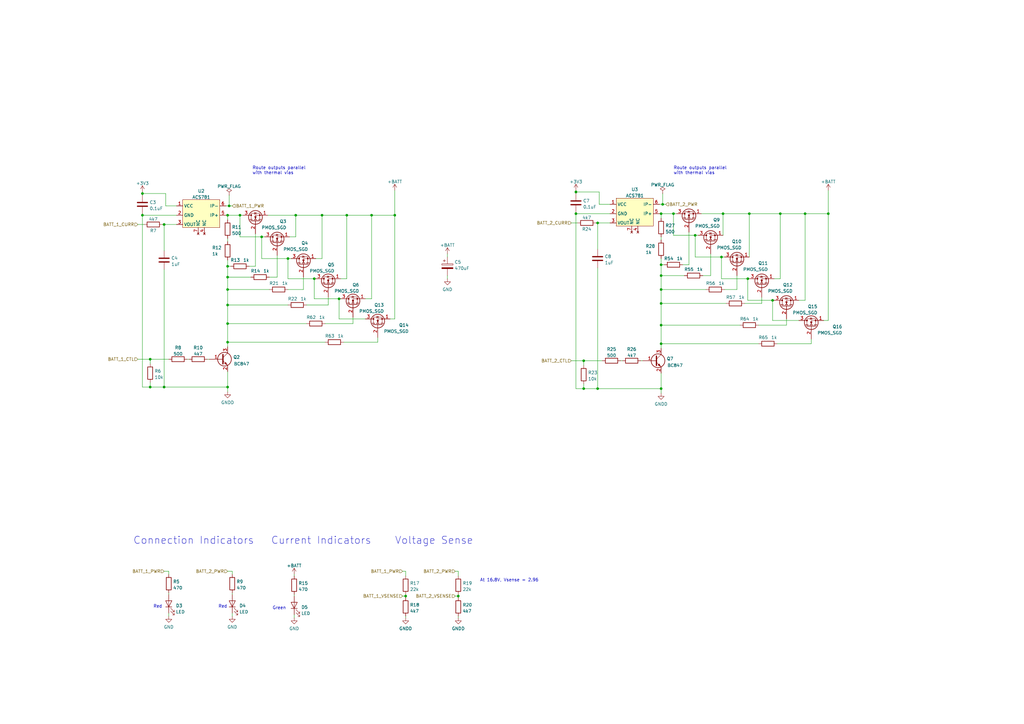
<source format=kicad_sch>
(kicad_sch (version 20211123) (generator eeschema)
  (paper "A3")
  (lib_symbols
    (symbol "0.power-symbols:+3.3V" (power) (pin_names (offset 0))
      (property "Value" "+3.3V" (at 0 3.556 0))
      (symbol "+3.3V_0_1"
        (polyline (pts (xy -0.762 1.27) (xy 0 2.54)))
        (polyline (pts (xy 0 0) (xy 0 2.54)))
        (polyline (pts (xy 0 2.54) (xy 0.762 1.27)))
      )
      (symbol "+3.3V_1_1"
        (pin power_in line (at 0 0 90) (length 0) hide (name "+3V3") (number "1"))
      )
    )
    (symbol "0.power-symbols:+BATT" (power) (pin_names (offset 0))
      (property "Value" "+BATT" (at 0 3.556 0))
      (symbol "+BATT_0_1"
        (polyline (pts (xy -0.762 1.27) (xy 0 2.54)))
        (polyline (pts (xy 0 0) (xy 0 2.54)))
        (polyline (pts (xy 0 2.54) (xy 0.762 1.27)))
      )
      (symbol "+BATT_1_1"
        (pin power_in line (at 0 0 90) (length 0) hide (name "+BATT") (number "1"))
      )
    )
    (symbol "0.power-symbols:GND" (power) (pin_names (offset 0))
      (property "Value" "GND" (at 0 -3.81 0))
      (symbol "GND_0_1"
        (polyline (pts (xy 0 0) (xy 0 -1.27) (xy 1.27 -1.27) (xy 0 -2.54) (xy -1.27 -1.27) (xy 0 -1.27)))
      )
      (symbol "GND_1_1"
        (pin power_in line (at 0 0 270) (length 0) hide (name "GND") (number "1"))
      )
    )
    (symbol "0.power-symbols:GNDD" (power) (pin_names (offset 0))
      (property "Value" "GNDD" (at 0 -3.81 0))
      (symbol "GNDD_0_1"
        (polyline (pts (xy 0 0) (xy 0 -1.27) (xy 1.27 -1.27) (xy 0 -2.54) (xy -1.27 -1.27) (xy 0 -1.27)))
      )
      (symbol "GNDD_1_1"
        (pin power_in line (at 0 0 270) (length 0) hide (name "GNDD") (number "1"))
      )
    )
    (symbol "0.power-symbols:PWR_FLAG" (power) (pin_numbers hide) (pin_names (offset 0) hide)
      (property "Value" "PWR_FLAG" (at 0 3.81 0))
      (symbol "PWR_FLAG_0_0"
        (pin power_out line (at 0 0 90) (length 0) (name "pwr") (number "1"))
      )
      (symbol "PWR_FLAG_0_1"
        (polyline (pts (xy 0 0) (xy 0 1.27) (xy -1.016 1.905) (xy 0 2.54) (xy 1.016 1.905) (xy 0 1.27)))
      )
    )
    (symbol "1.semi.discrete:BC847" (pin_names (offset 0) hide)
      (property "Reference" "Q" (at 5.08 1.27 0))
      (property "Value" "BC847" (at 5.08 -1.27 0))
      (symbol "BC847_0_1"
        (polyline (pts (xy 0.635 0.635) (xy 2.54 2.54)))
        (polyline (pts (xy 0.635 -0.635) (xy 2.54 -2.54) (xy 2.54 -2.54)))
        (polyline (pts (xy 0.635 1.905) (xy 0.635 -1.905) (xy 0.635 -1.905)) (stroke (width 0.508)))
        (polyline (pts (xy 1.27 -1.778) (xy 1.778 -1.27) (xy 2.286 -2.286) (xy 1.27 -1.778) (xy 1.27 -1.778)) (fill (type outline)))
        (circle (center 1.27 0) (radius 2.8194) (stroke (width 0.254)))
      )
      (symbol "BC847_1_1"
        (pin input line (at -5.08 0 0) (length 5.715) (name "B") (number "1"))
        (pin passive line (at 2.54 -5.08 90) (length 2.54) (name "E") (number "2"))
        (pin passive line (at 2.54 5.08 270) (length 2.54) (name "C") (number "3"))
      )
    )
    (symbol "1.semi.discrete:Q_NMOS_SGD" (pin_names (offset 0) hide)
      (property "Reference" "Q" (at 5.08 1.27 0))
      (property "Value" "Q_NMOS_SGD" (at 5.08 -1.27 0))
      (symbol "Q_NMOS_SGD_0_1"
        (polyline (pts (xy 0.0508 0) (xy 0.254 0)))
        (polyline (pts (xy 0.762 -1.778) (xy 2.54 -1.778)))
        (polyline (pts (xy 0.762 -1.27) (xy 0.762 -2.286)) (stroke (width 0.254)))
        (polyline (pts (xy 0.762 0) (xy 2.54 0)))
        (polyline (pts (xy 0.762 0.508) (xy 0.762 -0.508)) (stroke (width 0.254)))
        (polyline (pts (xy 0.762 1.778) (xy 2.54 1.778)))
        (polyline (pts (xy 0.762 2.286) (xy 0.762 1.27)) (stroke (width 0.254)))
        (polyline (pts (xy 2.54 -1.778) (xy 2.54 -2.54)))
        (polyline (pts (xy 2.54 -1.778) (xy 2.54 0)))
        (polyline (pts (xy 2.54 2.54) (xy 2.54 1.778)))
        (polyline (pts (xy 0.254 1.905) (xy 0.254 -1.905) (xy 0.254 -1.905)) (stroke (width 0.254)))
        (polyline (pts (xy 1.016 0) (xy 2.032 0.381) (xy 2.032 -0.381) (xy 1.016 0)) (fill (type outline)))
        (polyline (pts (xy 2.54 -1.778) (xy 3.302 -1.778) (xy 3.302 1.778) (xy 2.54 1.778)))
        (polyline (pts (xy 2.794 0.508) (xy 2.921 0.381) (xy 3.683 0.381) (xy 3.81 0.254)))
        (polyline (pts (xy 3.302 0.381) (xy 2.921 -0.254) (xy 3.683 -0.254) (xy 3.302 0.381)))
        (circle (center 1.651 0) (radius 2.8194) (stroke (width 0.254)))
        (circle (center 2.54 -1.778) (radius 0.2794) (fill (type outline)))
        (circle (center 2.54 1.778) (radius 0.2794) (fill (type outline)))
      )
      (symbol "Q_NMOS_SGD_1_1"
        (pin passive line (at 2.54 -5.08 90) (length 2.54) (name "S") (number "1"))
        (pin input line (at -5.08 0 0) (length 5.08) (name "G") (number "2"))
        (pin passive line (at 2.54 5.08 270) (length 2.54) (name "D") (number "3"))
      )
    )
    (symbol "1.semi.opto:LED" (pin_numbers hide) (pin_names (offset 1.016) hide)
      (property "Reference" "D" (at 0 2.54 0))
      (property "Value" "LED" (at 0 -2.54 0))
      (symbol "LED_0_1"
        (polyline (pts (xy -1.27 -1.27) (xy -1.27 1.27)) (stroke (width 0.2032)))
        (polyline (pts (xy -1.27 0) (xy 1.27 0)))
        (polyline (pts (xy 1.27 -1.27) (xy 1.27 1.27) (xy -1.27 0) (xy 1.27 -1.27)) (stroke (width 0.2032)))
        (polyline (pts (xy -3.048 -0.762) (xy -4.572 -2.286) (xy -3.81 -2.286) (xy -4.572 -2.286) (xy -4.572 -1.524)))
        (polyline (pts (xy -1.778 -0.762) (xy -3.302 -2.286) (xy -2.54 -2.286) (xy -3.302 -2.286) (xy -3.302 -1.524)))
      )
      (symbol "LED_1_1"
        (pin passive line (at -3.81 0 0) (length 2.54) (name "K") (number "1"))
        (pin passive line (at 3.81 0 180) (length 2.54) (name "A") (number "2"))
      )
    )
    (symbol "2.passive:C" (pin_numbers hide) (pin_names (offset 0.254))
      (property "Reference" "C" (at 0.635 2.54 0))
      (property "Value" "C" (at 0.635 -2.54 0))
      (symbol "C_0_1"
        (polyline (pts (xy -2.032 -0.762) (xy 2.032 -0.762)) (stroke (width 0.508)))
        (polyline (pts (xy -2.032 0.762) (xy 2.032 0.762)) (stroke (width 0.508)))
      )
      (symbol "C_1_1"
        (pin passive line (at 0 3.81 270) (length 2.794) (name "~") (number "1"))
        (pin passive line (at 0 -3.81 90) (length 2.794) (name "~") (number "2"))
      )
    )
    (symbol "2.passive:CP" (pin_numbers hide) (pin_names (offset 0.254))
      (property "Reference" "C" (at 0.635 2.54 0))
      (property "Value" "CP" (at 0.635 -2.54 0))
      (symbol "CP_0_1"
        (rectangle (start -2.286 0.508) (end 2.286 1.016))
        (polyline (pts (xy -1.778 2.286) (xy -0.762 2.286)))
        (polyline (pts (xy -1.27 2.794) (xy -1.27 1.778)))
        (rectangle (start 2.286 -0.508) (end -2.286 -1.016) (fill (type outline)))
      )
      (symbol "CP_1_1"
        (pin passive line (at 0 3.81 270) (length 2.794) (name "~") (number "1"))
        (pin passive line (at 0 -3.81 90) (length 2.794) (name "~") (number "2"))
      )
    )
    (symbol "2.passive:R" (pin_numbers hide) (pin_names (offset 0))
      (property "Reference" "R" (at 2.032 0 90))
      (property "Value" "R" (at 0 0 90))
      (symbol "R_0_1"
        (rectangle (start -1.016 -2.54) (end 1.016 2.54) (stroke (width 0.254)))
      )
      (symbol "R_1_1"
        (pin passive line (at 0 3.81 270) (length 1.27) (name "~") (number "1"))
        (pin passive line (at 0 -3.81 90) (length 1.27) (name "~") (number "2"))
      )
    )
    (symbol "ACS781_1"
      (property "Reference" "U" (at 0 3.81 0))
      (property "Value" "ACS781_1" (at 0 1.27 0))
      (symbol "ACS781_1_0_1"
        (rectangle (start -7.62 0) (end 7.62 -11.43) (fill (type background)))
      )
      (symbol "ACS781_1_1_1"
        (pin power_in line (at -10.16 -2.54 0) (length 2.54) (name "VCC") (number "1"))
        (pin power_in line (at -10.16 -6.35 0) (length 2.54) (name "GND") (number "2"))
        (pin passive line (at -10.16 -10.16 0) (length 2.54) (name "VOUT") (number "3"))
        (pin no_connect line (at 1.27 -13.97 90) (length 2.54) (name "NC") (number "4"))
        (pin power_out line (at 10.16 -6.35 180) (length 2.54) (name "IP+") (number "5"))
        (pin power_in line (at 10.16 -2.54 180) (length 2.54) (name "IP-") (number "6"))
        (pin no_connect line (at -1.27 -13.97 90) (length 2.54) (name "NC") (number "7"))
      )
    )
  )
  (junction (at 121.285 88.265))
  (junction (at 271.145 140.97))
  (junction (at 307.34 87.63))
  (junction (at 236.22 78.74))
  (junction (at 58.42 79.375))
  (junction (at 296.545 87.63))
  (junction (at 271.145 87.63))
  (junction (at 320.04 87.63))
  (junction (at 58.42 88.265))
  (junction (at 67.31 158.75))
  (junction (at 107.315 97.155))
  (junction (at 187.96 244.475))
  (junction (at 271.145 108.585))
  (junction (at 128.905 114.3))
  (junction (at 330.2 87.63))
  (junction (at 93.345 113.665))
  (junction (at 132.08 88.265))
  (junction (at 245.11 91.44))
  (junction (at 152.4 88.265))
  (junction (at 98.425 88.265))
  (junction (at 93.345 118.745))
  (junction (at 271.145 124.46))
  (junction (at 118.11 106.045))
  (junction (at 271.145 113.03))
  (junction (at 166.37 244.475))
  (junction (at 93.345 109.22))
  (junction (at 271.145 159.385))
  (junction (at 316.865 123.19))
  (junction (at 306.705 114.3))
  (junction (at 161.925 88.265))
  (junction (at 93.345 88.265))
  (junction (at 61.595 147.32))
  (junction (at 276.225 87.63))
  (junction (at 139.065 122.555))
  (junction (at 239.395 159.385))
  (junction (at 245.11 159.385))
  (junction (at 93.345 140.335))
  (junction (at 67.31 92.075))
  (junction (at 271.145 133.35))
  (junction (at 93.98 84.455))
  (junction (at 295.91 105.41))
  (junction (at 61.595 158.75))
  (junction (at 285.115 96.52))
  (junction (at 339.725 87.63))
  (junction (at 93.345 125.095))
  (junction (at 239.395 147.955))
  (junction (at 142.24 88.265))
  (junction (at 271.78 83.82))
  (junction (at 93.345 158.75))
  (junction (at 93.345 132.715))
  (junction (at 271.145 118.745))
  (junction (at 236.22 87.63))
  (wire (pts (xy 187.96 243.84) (xy 187.96 244.475)))
  (wire (pts (xy 93.345 106.68) (xy 93.345 109.22)))
  (wire (pts (xy 245.745 78.74) (xy 236.22 78.74)))
  (wire (pts (xy 282.575 108.585) (xy 282.575 95.25)))
  (wire (pts (xy 92.71 84.455) (xy 93.98 84.455)))
  (wire (pts (xy 124.46 113.665) (xy 124.46 118.745)))
  (wire (pts (xy 93.345 158.75) (xy 93.345 160.655)))
  (wire (pts (xy 69.215 243.205) (xy 69.215 243.84)))
  (wire (pts (xy 311.15 133.35) (xy 322.58 133.35)))
  (wire (pts (xy 107.315 97.155) (xy 108.585 97.155)))
  (wire (pts (xy 316.865 123.19) (xy 316.865 131.445)))
  (wire (pts (xy 280.035 108.585) (xy 282.575 108.585)))
  (wire (pts (xy 132.08 88.265) (xy 142.24 88.265)))
  (wire (pts (xy 92.71 88.265) (xy 93.345 88.265)))
  (wire (pts (xy 330.2 87.63) (xy 320.04 87.63)))
  (wire (pts (xy 239.395 147.955) (xy 247.015 147.955)))
  (wire (pts (xy 234.315 147.955) (xy 239.395 147.955)))
  (wire (pts (xy 58.42 79.375) (xy 58.42 80.01)))
  (wire (pts (xy 271.145 97.155) (xy 271.145 98.425)))
  (wire (pts (xy 262.89 147.955) (xy 263.525 147.955)))
  (wire (pts (xy 152.4 88.265) (xy 142.24 88.265)))
  (wire (pts (xy 337.82 131.445) (xy 339.725 131.445)))
  (wire (pts (xy 307.34 87.63) (xy 320.04 87.63)))
  (wire (pts (xy 58.42 87.63) (xy 58.42 88.265)))
  (wire (pts (xy 128.905 122.555) (xy 128.905 114.3)))
  (wire (pts (xy 69.215 234.315) (xy 67.31 234.315)))
  (wire (pts (xy 93.345 118.745) (xy 110.49 118.745)))
  (wire (pts (xy 120.65 243.84) (xy 120.65 244.475)))
  (wire (pts (xy 58.42 158.75) (xy 61.595 158.75)))
  (wire (pts (xy 271.145 87.63) (xy 271.145 89.535)))
  (wire (pts (xy 139.065 122.555) (xy 128.905 122.555)))
  (wire (pts (xy 149.86 122.555) (xy 152.4 122.555)))
  (wire (pts (xy 296.545 87.63) (xy 307.34 87.63)))
  (wire (pts (xy 245.11 91.44) (xy 245.11 102.235)))
  (wire (pts (xy 166.37 243.84) (xy 166.37 244.475)))
  (wire (pts (xy 183.515 113.03) (xy 183.515 114.3)))
  (wire (pts (xy 67.31 110.49) (xy 67.31 158.75)))
  (wire (pts (xy 271.145 140.97) (xy 271.145 142.875)))
  (wire (pts (xy 142.24 114.3) (xy 142.24 88.265)))
  (wire (pts (xy 128.905 114.3) (xy 129.54 114.3)))
  (wire (pts (xy 69.215 251.46) (xy 69.215 252.73)))
  (wire (pts (xy 236.22 87.63) (xy 250.19 87.63)))
  (wire (pts (xy 67.945 79.375) (xy 67.945 84.455)))
  (wire (pts (xy 67.945 79.375) (xy 58.42 79.375)))
  (wire (pts (xy 118.11 106.045) (xy 107.315 106.045)))
  (wire (pts (xy 271.145 124.46) (xy 297.815 124.46)))
  (wire (pts (xy 245.11 159.385) (xy 271.145 159.385)))
  (wire (pts (xy 107.315 97.155) (xy 98.425 97.155)))
  (wire (pts (xy 133.35 132.715) (xy 144.78 132.715)))
  (wire (pts (xy 85.09 147.32) (xy 85.725 147.32)))
  (wire (pts (xy 239.395 157.48) (xy 239.395 159.385)))
  (wire (pts (xy 183.515 104.14) (xy 183.515 105.41)))
  (wire (pts (xy 102.235 109.22) (xy 104.775 109.22)))
  (wire (pts (xy 139.7 114.3) (xy 142.24 114.3)))
  (wire (pts (xy 93.345 125.095) (xy 93.345 132.715)))
  (wire (pts (xy 312.42 124.46) (xy 305.435 124.46)))
  (wire (pts (xy 152.4 122.555) (xy 152.4 88.265)))
  (wire (pts (xy 161.925 78.105) (xy 161.925 88.265)))
  (wire (pts (xy 297.18 105.41) (xy 295.91 105.41)))
  (wire (pts (xy 271.145 108.585) (xy 271.145 113.03)))
  (wire (pts (xy 339.725 87.63) (xy 330.2 87.63)))
  (wire (pts (xy 119.38 106.045) (xy 118.11 106.045)))
  (wire (pts (xy 302.26 113.03) (xy 302.26 118.745)))
  (wire (pts (xy 307.34 114.3) (xy 306.705 114.3)))
  (wire (pts (xy 98.425 88.265) (xy 99.695 88.265)))
  (wire (pts (xy 187.96 244.475) (xy 187.96 245.11)))
  (wire (pts (xy 271.145 113.03) (xy 271.145 118.745)))
  (wire (pts (xy 61.595 147.32) (xy 61.595 149.225)))
  (wire (pts (xy 132.08 88.265) (xy 132.08 106.045)))
  (wire (pts (xy 93.345 88.265) (xy 98.425 88.265)))
  (wire (pts (xy 58.42 88.265) (xy 58.42 158.75)))
  (wire (pts (xy 285.115 96.52) (xy 276.225 96.52)))
  (wire (pts (xy 271.145 108.585) (xy 272.415 108.585)))
  (wire (pts (xy 271.145 153.035) (xy 271.145 159.385)))
  (wire (pts (xy 95.25 234.315) (xy 93.345 234.315)))
  (wire (pts (xy 98.425 97.155) (xy 98.425 88.265)))
  (wire (pts (xy 120.65 252.095) (xy 120.65 253.365)))
  (wire (pts (xy 107.315 106.045) (xy 107.315 97.155)))
  (wire (pts (xy 271.145 106.045) (xy 271.145 108.585)))
  (wire (pts (xy 121.285 88.265) (xy 132.08 88.265)))
  (wire (pts (xy 113.665 113.665) (xy 110.49 113.665)))
  (wire (pts (xy 139.7 122.555) (xy 139.065 122.555)))
  (wire (pts (xy 93.345 125.095) (xy 118.11 125.095)))
  (wire (pts (xy 295.91 105.41) (xy 285.115 105.41)))
  (wire (pts (xy 291.465 113.03) (xy 288.29 113.03)))
  (wire (pts (xy 327.66 123.19) (xy 330.2 123.19)))
  (wire (pts (xy 58.42 88.265) (xy 72.39 88.265)))
  (wire (pts (xy 161.925 130.81) (xy 161.925 88.265)))
  (wire (pts (xy 58.42 78.74) (xy 58.42 79.375)))
  (wire (pts (xy 271.145 87.63) (xy 276.225 87.63)))
  (wire (pts (xy 271.145 118.745) (xy 271.145 124.46)))
  (wire (pts (xy 307.34 87.63) (xy 307.34 105.41)))
  (wire (pts (xy 322.58 133.35) (xy 322.58 130.81)))
  (wire (pts (xy 187.96 234.315) (xy 187.96 236.22)))
  (wire (pts (xy 160.02 130.81) (xy 161.925 130.81)))
  (wire (pts (xy 93.98 80.01) (xy 93.98 84.455)))
  (wire (pts (xy 271.78 83.82) (xy 273.05 83.82)))
  (wire (pts (xy 132.08 106.045) (xy 129.54 106.045)))
  (wire (pts (xy 134.62 121.92) (xy 134.62 125.095)))
  (wire (pts (xy 239.395 147.955) (xy 239.395 149.86)))
  (wire (pts (xy 118.11 114.3) (xy 128.905 114.3)))
  (wire (pts (xy 316.865 123.19) (xy 306.705 123.19)))
  (wire (pts (xy 270.51 83.82) (xy 271.78 83.82)))
  (wire (pts (xy 121.285 88.265) (xy 121.285 97.155)))
  (wire (pts (xy 93.345 140.335) (xy 93.345 142.24)))
  (wire (pts (xy 271.78 79.375) (xy 271.78 83.82)))
  (wire (pts (xy 245.745 78.74) (xy 245.745 83.82)))
  (wire (pts (xy 291.465 104.14) (xy 291.465 113.03)))
  (wire (pts (xy 245.745 83.82) (xy 250.19 83.82)))
  (wire (pts (xy 244.475 91.44) (xy 245.11 91.44)))
  (wire (pts (xy 271.145 140.97) (xy 311.15 140.97)))
  (wire (pts (xy 166.37 234.315) (xy 166.37 236.22)))
  (wire (pts (xy 118.11 114.3) (xy 118.11 106.045)))
  (wire (pts (xy 93.345 109.22) (xy 94.615 109.22)))
  (wire (pts (xy 125.73 125.095) (xy 134.62 125.095)))
  (wire (pts (xy 187.96 252.73) (xy 187.96 253.365)))
  (wire (pts (xy 154.94 140.335) (xy 154.94 138.43)))
  (wire (pts (xy 166.37 252.73) (xy 166.37 253.365)))
  (wire (pts (xy 165.1 244.475) (xy 166.37 244.475)))
  (wire (pts (xy 121.285 97.155) (xy 118.745 97.155)))
  (wire (pts (xy 254.635 147.955) (xy 255.27 147.955)))
  (wire (pts (xy 95.25 235.585) (xy 95.25 234.315)))
  (wire (pts (xy 339.725 131.445) (xy 339.725 87.63)))
  (wire (pts (xy 306.705 114.3) (xy 306.705 123.19)))
  (wire (pts (xy 93.345 140.335) (xy 133.35 140.335)))
  (wire (pts (xy 93.345 113.665) (xy 102.87 113.665)))
  (wire (pts (xy 317.5 114.3) (xy 320.04 114.3)))
  (wire (pts (xy 276.225 96.52) (xy 276.225 87.63)))
  (wire (pts (xy 118.11 118.745) (xy 124.46 118.745)))
  (wire (pts (xy 270.51 87.63) (xy 271.145 87.63)))
  (wire (pts (xy 271.145 124.46) (xy 271.145 133.35)))
  (wire (pts (xy 236.22 78.74) (xy 236.22 79.375)))
  (wire (pts (xy 93.345 113.665) (xy 93.345 118.745)))
  (wire (pts (xy 56.515 147.32) (xy 61.595 147.32)))
  (wire (pts (xy 166.37 244.475) (xy 166.37 245.11)))
  (wire (pts (xy 236.22 87.63) (xy 236.22 159.385)))
  (wire (pts (xy 271.145 159.385) (xy 271.145 161.29)))
  (wire (pts (xy 67.31 92.075) (xy 72.39 92.075)))
  (wire (pts (xy 161.925 88.265) (xy 152.4 88.265)))
  (wire (pts (xy 69.215 235.585) (xy 69.215 234.315)))
  (wire (pts (xy 236.22 159.385) (xy 239.395 159.385)))
  (wire (pts (xy 120.65 236.22) (xy 120.65 235.585)))
  (wire (pts (xy 330.2 123.19) (xy 330.2 87.63)))
  (wire (pts (xy 236.22 86.995) (xy 236.22 87.63)))
  (wire (pts (xy 276.225 87.63) (xy 277.495 87.63)))
  (wire (pts (xy 67.31 92.075) (xy 67.31 102.87)))
  (wire (pts (xy 56.515 92.075) (xy 59.055 92.075)))
  (wire (pts (xy 285.115 105.41) (xy 285.115 96.52)))
  (wire (pts (xy 140.97 140.335) (xy 154.94 140.335)))
  (wire (pts (xy 187.96 234.315) (xy 186.69 234.315)))
  (wire (pts (xy 109.855 88.265) (xy 121.285 88.265)))
  (wire (pts (xy 95.25 243.205) (xy 95.25 243.84)))
  (wire (pts (xy 93.345 132.715) (xy 93.345 140.335)))
  (wire (pts (xy 93.345 109.22) (xy 93.345 113.665)))
  (wire (pts (xy 318.77 140.97) (xy 332.74 140.97)))
  (wire (pts (xy 295.91 114.3) (xy 295.91 105.41)))
  (wire (pts (xy 236.22 78.105) (xy 236.22 78.74)))
  (wire (pts (xy 93.345 97.79) (xy 93.345 99.06)))
  (wire (pts (xy 297.18 118.745) (xy 302.26 118.745)))
  (wire (pts (xy 245.11 91.44) (xy 250.19 91.44)))
  (wire (pts (xy 61.595 156.845) (xy 61.595 158.75)))
  (wire (pts (xy 239.395 159.385) (xy 245.11 159.385)))
  (wire (pts (xy 93.98 84.455) (xy 95.25 84.455)))
  (wire (pts (xy 271.145 118.745) (xy 289.56 118.745)))
  (wire (pts (xy 149.86 130.81) (xy 139.065 130.81)))
  (wire (pts (xy 339.725 78.105) (xy 339.725 87.63)))
  (wire (pts (xy 76.835 147.32) (xy 77.47 147.32)))
  (wire (pts (xy 327.66 131.445) (xy 316.865 131.445)))
  (wire (pts (xy 271.145 113.03) (xy 280.67 113.03)))
  (wire (pts (xy 166.37 234.315) (xy 165.1 234.315)))
  (wire (pts (xy 93.345 152.4) (xy 93.345 158.75)))
  (wire (pts (xy 317.5 123.19) (xy 316.865 123.19)))
  (wire (pts (xy 61.595 158.75) (xy 67.31 158.75)))
  (wire (pts (xy 104.775 109.22) (xy 104.775 95.885)))
  (wire (pts (xy 93.345 88.265) (xy 93.345 90.17)))
  (wire (pts (xy 271.145 133.35) (xy 271.145 140.97)))
  (wire (pts (xy 93.345 132.715) (xy 125.73 132.715)))
  (wire (pts (xy 113.665 104.775) (xy 113.665 113.665)))
  (wire (pts (xy 332.74 140.97) (xy 332.74 139.065)))
  (wire (pts (xy 320.04 114.3) (xy 320.04 87.63)))
  (wire (pts (xy 296.545 87.63) (xy 296.545 96.52)))
  (wire (pts (xy 312.42 121.92) (xy 312.42 124.46)))
  (wire (pts (xy 287.655 87.63) (xy 296.545 87.63)))
  (wire (pts (xy 67.31 158.75) (xy 93.345 158.75)))
  (wire (pts (xy 285.115 96.52) (xy 286.385 96.52)))
  (wire (pts (xy 139.065 122.555) (xy 139.065 130.81)))
  (wire (pts (xy 271.145 133.35) (xy 303.53 133.35)))
  (wire (pts (xy 95.25 251.46) (xy 95.25 252.73)))
  (wire (pts (xy 93.345 118.745) (xy 93.345 125.095)))
  (wire (pts (xy 144.78 132.715) (xy 144.78 130.175)))
  (wire (pts (xy 66.675 92.075) (xy 67.31 92.075)))
  (wire (pts (xy 186.69 244.475) (xy 187.96 244.475)))
  (wire (pts (xy 306.705 114.3) (xy 295.91 114.3)))
  (wire (pts (xy 61.595 147.32) (xy 69.215 147.32)))
  (wire (pts (xy 234.315 91.44) (xy 236.855 91.44)))
  (wire (pts (xy 245.11 109.855) (xy 245.11 159.385)))
  (wire (pts (xy 67.945 84.455) (xy 72.39 84.455)))
  (text "Connection Indicators\n" (at 54.61 223.52 0) (effects (font (size 3 3)) (justify left bottom)))
  (text "Red" (at 62.865 249.555 0) (effects (font (size 1.27 1.27)) (justify left bottom)))
  (text "Route outputs parallel\nwith thermal vias" (at 276.225 71.755 0) (effects (font (size 1.27 1.27)) (justify left bottom)))
  (text "Voltage Sense" (at 161.925 223.52 0) (effects (font (size 3 3)) (justify left bottom)))
  (text "Green\n" (at 111.76 250.19 0) (effects (font (size 1.27 1.27)) (justify left bottom)))
  (text "Current Indicators\n" (at 111.125 223.52 0) (effects (font (size 3 3)) (justify left bottom)))
  (text "Red" (at 89.535 249.555 0) (effects (font (size 1.27 1.27)) (justify left bottom)))
  (text "Route outputs parallel\nwith thermal vias" (at 103.505 71.755 0) (effects (font (size 1.27 1.27)) (justify left bottom)))
  (text "At 16.8V, Vsense = 2.96\n" (at 196.85 238.76 0) (effects (font (size 1.27 1.27)) (justify left bottom)))
  (hierarchical_label "BATT_2_PWR" (shape input) (at 186.69 234.315 180))
  (hierarchical_label "BATT_2_VSENSE" (shape input) (at 186.69 244.475 180))
  (hierarchical_label "BATT_2_CURR" (shape input) (at 234.315 91.44 180))
  (hierarchical_label "BATT_2_CTL" (shape input) (at 234.315 147.955 180))
  (hierarchical_label "BATT_1_VSENSE" (shape input) (at 165.1 244.475 180))
  (hierarchical_label "BATT_1_PWR" (shape input) (at 165.1 234.315 180))
  (hierarchical_label "BATT_2_PWR" (shape input) (at 93.345 234.315 180))
  (hierarchical_label "BATT_1_CURR" (shape input) (at 56.515 92.075 180))
  (hierarchical_label "BATT_1_CTL" (shape input) (at 56.515 147.32 180))
  (hierarchical_label "BATT_2_PWR" (shape input) (at 273.05 83.82 0))
  (hierarchical_label "BATT_1_PWR" (shape input) (at 67.31 234.315 180))
  (hierarchical_label "BATT_1_PWR" (shape input) (at 95.25 84.455 0))
  (symbol (lib_id "2.passive:R") (at 187.96 248.92 0) (unit 1)
    (property "Reference" "R20" (at 189.738 248.0853 0) (effects (justify left)))
    (property "Value" "4k7" (at 189.738 250.6222 0) (effects (justify left)))
    (property "Footprint" "2_Passives_Resistors_SMD_IPC:R_1608_603_B" (effects hide))
    (property "PN" "1,6" (effects hide))
  )
  (symbol (lib_id "1.semi.discrete:Q_NMOS_SGD") (at 322.58 125.73 90) (unit 1)
    (property "Reference" "Q15" (at 335.28 125.73 90) (effects (justify left)))
    (property "Value" "PMOS_SGD" (at 335.28 128.2669 90) (effects (justify left)))
    (property "Footprint" "1_Semi_TO_SOT:VDFN-8" (effects hide))
    (property "Datasheet" "https://www.ti.com/lit/ds/symlink/csd25404q3.pdf?HQS=dis-dk-null-digikeymode-dsf-pf-null-wwe&ts=1673399419393&ref_url=https%253A%252F%252Fwww.ti.com%252Fgeneral%252Fdocs%252Fsuppproductinfo.tsp%253FdistId%253D10%2526gotoUrl%253Dhttps%253A%252F%252Fwww.ti.com%252Flit%252Fgpn%252Fcsd25404q3" (effects hide))
    (property "PN" "4,8" (effects hide))
  )
  (symbol (lib_id "1.semi.discrete:BC847") (at 268.605 147.955 0) (unit 1)
    (property "Reference" "Q7" (at 273.4564 147.1203 0) (effects (justify left)))
    (property "Value" "BC847" (at 273.685 149.86 0) (effects (justify left)))
    (property "Footprint" "1_Semi_TO_SOT:SOT-23" (effects hide))
    (property "PN" "TBD" (effects hide))
  )
  (symbol (lib_id "2.passive:R") (at 240.665 91.44 90) (unit 1)
    (property "Reference" "R24" (at 240.665 93.98 90))
    (property "Value" "4k7" (at 240.665 89.2611 90))
    (property "Footprint" "2_Passives_Resistors_SMD_IPC:R_1608_603_B" (effects hide))
    (property "PN" "1,6" (effects hide))
  )
  (symbol (lib_id "1.semi.discrete:Q_NMOS_SGD") (at 291.465 99.06 90) (unit 1)
    (property "Reference" "Q10" (at 304.165 99.06 90) (effects (justify left)))
    (property "Value" "PMOS_SGD" (at 304.165 101.5969 90) (effects (justify left)))
    (property "Footprint" "1_Semi_TO_SOT:VDFN-8" (effects hide))
    (property "Datasheet" "https://www.ti.com/lit/ds/symlink/csd25404q3.pdf?HQS=dis-dk-null-digikeymode-dsf-pf-null-wwe&ts=1673399419393&ref_url=https%253A%252F%252Fwww.ti.com%252Fgeneral%252Fdocs%252Fsuppproductinfo.tsp%253FdistId%253D10%2526gotoUrl%253Dhttps%253A%252F%252Fwww.ti.com%252Flit%252Fgpn%252Fcsd25404q3" (effects hide))
    (property "PN" "4,8" (effects hide))
  )
  (symbol (lib_id "2.passive:R") (at 259.08 147.955 270) (unit 1)
    (property "Reference" "R26" (at 259.08 143.2392 90))
    (property "Value" "4k7" (at 259.08 145.7761 90))
    (property "Footprint" "2_Passives_Resistors_SMD_IPC:R_1608_603_B" (effects hide))
    (property "PN" "1,6" (effects hide))
  )
  (symbol (lib_id "2.passive:R") (at 121.92 125.095 270) (unit 1)
    (property "Reference" "R22" (at 120.015 122.555 90))
    (property "Value" "1k" (at 124.46 122.555 90))
    (property "Footprint" "2_Passives_Resistors_SMD_IPC:R_1608_603_B" (effects hide))
    (property "PN" "1,7" (effects hide))
  )
  (symbol (lib_id "2.passive:R") (at 62.865 92.075 90) (unit 1)
    (property "Reference" "R7" (at 62.865 94.615 90))
    (property "Value" "4k7" (at 62.865 89.8961 90))
    (property "Footprint" "2_Passives_Resistors_SMD_IPC:R_1608_603_B" (effects hide))
    (property "PN" "1,6" (effects hide))
  )
  (symbol (lib_id "1.semi.opto:LED") (at 69.215 247.65 90) (unit 1)
    (property "Reference" "D3" (at 72.136 248.4155 90) (effects (justify right)))
    (property "Value" "LED" (at 72.136 250.9524 90) (effects (justify right)))
    (property "Footprint" "1_Semi_Discrete_Diodes_SMD:D_0603" (effects hide))
    (property "PN" "3,3" (effects hide))
  )
  (symbol (lib_id "2.passive:C") (at 67.31 106.68 180) (unit 1)
    (property "Reference" "C4" (at 70.231 105.8453 0) (effects (justify right)))
    (property "Value" "1uF" (at 70.231 108.3822 0) (effects (justify right)))
    (property "Footprint" "2_Passives_Capacitors_SMD_IPC:C_1608_603_B" (effects hide))
    (property "PN" "2,4" (effects hide))
  )
  (symbol (lib_id "0.power-symbols:PWR_FLAG") (at 271.78 79.375 0) (unit 1)
    (property "Reference" "#FLG07" (effects hide))
    (property "Value" "PWR_FLAG" (at 271.78 75.7992 0))
  )
  (symbol (lib_id "2.passive:R") (at 239.395 153.67 180) (unit 1)
    (property "Reference" "R23" (at 241.173 152.8353 0) (effects (justify right)))
    (property "Value" "10k" (at 241.173 155.3722 0) (effects (justify right)))
    (property "Footprint" "2_Passives_Resistors_SMD_IPC:R_1608_603_B" (effects hide))
    (property "PN" "1,5" (effects hide))
  )
  (symbol (lib_id "2.passive:R") (at 314.96 140.97 270) (unit 1)
    (property "Reference" "R65" (at 313.055 138.43 90))
    (property "Value" "1k" (at 317.5 138.43 90))
    (property "Footprint" "2_Passives_Resistors_SMD_IPC:R_1608_603_B" (effects hide))
    (property "PN" "1,7" (effects hide))
  )
  (symbol (lib_id "2.passive:R") (at 293.37 118.745 270) (unit 1)
    (property "Reference" "R56" (at 291.465 116.205 90))
    (property "Value" "1k" (at 295.91 116.205 90))
    (property "Footprint" "2_Passives_Resistors_SMD_IPC:R_1608_603_B" (effects hide))
    (property "PN" "1,7" (effects hide))
  )
  (symbol (lib_id "2.passive:R") (at 301.625 124.46 270) (unit 1)
    (property "Reference" "R57" (at 299.72 121.92 90))
    (property "Value" "1k" (at 304.165 121.92 90))
    (property "Footprint" "2_Passives_Resistors_SMD_IPC:R_1608_603_B" (effects hide))
    (property "PN" "1,7" (effects hide))
  )
  (symbol (lib_id "2.passive:R") (at 98.425 109.22 270) (unit 1)
    (property "Reference" "R13" (at 96.52 106.68 90))
    (property "Value" "1k" (at 100.965 106.68 90))
    (property "Footprint" "2_Passives_Resistors_SMD_IPC:R_1608_603_B" (effects hide))
    (property "PN" "1,7" (effects hide))
  )
  (symbol (lib_id "0.power-symbols:GNDD") (at 166.37 253.365 0) (unit 1)
    (property "Reference" "#PWR034" (effects hide))
    (property "Value" "GNDD" (at 166.37 257.8084 0))
  )
  (symbol (lib_id "0.power-symbols:GNDD") (at 271.145 161.29 0) (unit 1)
    (property "Reference" "#PWR039" (effects hide))
    (property "Value" "GNDD" (at 271.145 165.7334 0))
  )
  (symbol (lib_id "2.passive:R") (at 81.28 147.32 270) (unit 1)
    (property "Reference" "R10" (at 81.28 142.6042 90))
    (property "Value" "4k7" (at 81.28 145.1411 90))
    (property "Footprint" "2_Passives_Resistors_SMD_IPC:R_1608_603_B" (effects hide))
    (property "PN" "1,6" (effects hide))
  )
  (symbol (lib_id "2.passive:R") (at 166.37 248.92 0) (unit 1)
    (property "Reference" "R18" (at 168.148 248.0853 0) (effects (justify left)))
    (property "Value" "4k7" (at 168.148 250.6222 0) (effects (justify left)))
    (property "Footprint" "2_Passives_Resistors_SMD_IPC:R_1608_603_B" (effects hide))
    (property "PN" "1,6" (effects hide))
  )
  (symbol (lib_id "1.semi.discrete:BC847") (at 90.805 147.32 0) (unit 1)
    (property "Reference" "Q2" (at 95.6564 146.4853 0) (effects (justify left)))
    (property "Value" "BC847" (at 95.885 149.225 0) (effects (justify left)))
    (property "Footprint" "1_Semi_TO_SOT:SOT-23" (effects hide))
    (property "PN" "TBD" (effects hide))
  )
  (symbol (lib_id "1.semi.opto:LED") (at 95.25 247.65 90) (unit 1)
    (property "Reference" "D4" (at 98.171 248.4155 90) (effects (justify right)))
    (property "Value" "LED" (at 98.171 250.9524 90) (effects (justify right)))
    (property "Footprint" "1_Semi_Discrete_Diodes_SMD:D_0603" (effects hide))
    (property "PN" "3,3" (effects hide))
  )
  (symbol (lib_id "0.power-symbols:PWR_FLAG") (at 93.98 80.01 0) (unit 1)
    (property "Reference" "#FLG0102" (effects hide))
    (property "Value" "PWR_FLAG" (at 93.98 76.4342 0))
  )
  (symbol (lib_id "1.semi.discrete:Q_NMOS_SGD") (at 332.74 133.985 90) (unit 1)
    (property "Reference" "Q16" (at 345.44 133.985 90) (effects (justify left)))
    (property "Value" "PMOS_SGD" (at 345.44 136.5219 90) (effects (justify left)))
    (property "Footprint" "1_Semi_TO_SOT:VDFN-8" (effects hide))
    (property "Datasheet" "https://www.ti.com/lit/ds/symlink/csd25404q3.pdf?HQS=dis-dk-null-digikeymode-dsf-pf-null-wwe&ts=1673399419393&ref_url=https%253A%252F%252Fwww.ti.com%252Fgeneral%252Fdocs%252Fsuppproductinfo.tsp%253FdistId%253D10%2526gotoUrl%253Dhttps%253A%252F%252Fwww.ti.com%252Flit%252Fgpn%252Fcsd25404q3" (effects hide))
    (property "PN" "4,8" (effects hide))
  )
  (symbol (lib_id "1.semi.discrete:Q_NMOS_SGD") (at 104.775 90.805 90) (unit 1)
    (property "Reference" "Q3" (at 117.475 90.8081 90) (effects (justify left)))
    (property "Value" "PMOS_SGD" (at 117.475 93.345 90) (effects (justify left)))
    (property "Footprint" "1_Semi_TO_SOT:VDFN-8" (effects hide))
    (property "Datasheet" "https://www.ti.com/lit/ds/symlink/csd25404q3.pdf?HQS=dis-dk-null-digikeymode-dsf-pf-null-wwe&ts=1673399419393&ref_url=https%253A%252F%252Fwww.ti.com%252Fgeneral%252Fdocs%252Fsuppproductinfo.tsp%253FdistId%253D10%2526gotoUrl%253Dhttps%253A%252F%252Fwww.ti.com%252Flit%252Fgpn%252Fcsd25404q3" (effects hide))
    (property "PN" "4,8" (effects hide))
  )
  (symbol (lib_id "2.passive:R") (at 187.96 240.03 0) (unit 1)
    (property "Reference" "R19" (at 189.738 239.1953 0) (effects (justify left)))
    (property "Value" "22k" (at 189.738 241.7322 0) (effects (justify left)))
    (property "Footprint" "2_Passives_Resistors_SMD_IPC:R_1608_603_B" (effects hide))
    (property "PN" "1,4" (effects hide))
  )
  (symbol (lib_id "2.passive:R") (at 166.37 240.03 0) (unit 1)
    (property "Reference" "R17" (at 168.148 239.1953 0) (effects (justify left)))
    (property "Value" "22k" (at 168.148 241.7322 0) (effects (justify left)))
    (property "Footprint" "2_Passives_Resistors_SMD_IPC:R_1608_603_B" (effects hide))
    (property "PN" "1,4" (effects hide))
  )
  (symbol (lib_id "0.power-symbols:GND") (at 95.25 252.73 0) (unit 1)
    (property "Reference" "#PWR025" (effects hide))
    (property "Value" "GND" (at 95.25 257.1734 0))
  )
  (symbol (lib_name "ACS781_1") (lib_id "1.semi.ic.sensor:ACS781") (at 82.55 81.915 0) (unit 1)
    (property "Reference" "U2" (at 82.55 78.3422 0))
    (property "Value" "ACS781" (at 82.55 80.8791 0))
    (property "Footprint" "1_Semi_TO_SOT:7-LR-PSOF" (effects hide))
    (property "PN" "4,1" (effects hide))
  )
  (symbol (lib_id "1.semi.discrete:Q_NMOS_SGD") (at 124.46 108.585 90) (unit 1)
    (property "Reference" "Q5" (at 137.16 108.585 90) (effects (justify left)))
    (property "Value" "PMOS_SGD" (at 137.16 111.1219 90) (effects (justify left)))
    (property "Footprint" "1_Semi_TO_SOT:VDFN-8" (effects hide))
    (property "Datasheet" "https://www.ti.com/lit/ds/symlink/csd25404q3.pdf?HQS=dis-dk-null-digikeymode-dsf-pf-null-wwe&ts=1673399419393&ref_url=https%253A%252F%252Fwww.ti.com%252Fgeneral%252Fdocs%252Fsuppproductinfo.tsp%253FdistId%253D10%2526gotoUrl%253Dhttps%253A%252F%252Fwww.ti.com%252Flit%252Fgpn%252Fcsd25404q3" (effects hide))
    (property "PN" "4,8" (effects hide))
  )
  (symbol (lib_id "0.power-symbols:+BATT") (at 183.515 104.14 0) (unit 1)
    (property "Reference" "#PWR032" (effects hide))
    (property "Value" "+BATT" (at 183.515 100.5642 0))
  )
  (symbol (lib_id "1.semi.discrete:Q_NMOS_SGD") (at 154.94 133.35 90) (unit 1)
    (property "Reference" "Q14" (at 167.64 133.35 90) (effects (justify left)))
    (property "Value" "PMOS_SGD" (at 167.64 135.8869 90) (effects (justify left)))
    (property "Footprint" "1_Semi_TO_SOT:VDFN-8" (effects hide))
    (property "Datasheet" "https://www.ti.com/lit/ds/symlink/csd25404q3.pdf?HQS=dis-dk-null-digikeymode-dsf-pf-null-wwe&ts=1673399419393&ref_url=https%253A%252F%252Fwww.ti.com%252Fgeneral%252Fdocs%252Fsuppproductinfo.tsp%253FdistId%253D10%2526gotoUrl%253Dhttps%253A%252F%252Fwww.ti.com%252Flit%252Fgpn%252Fcsd25404q3" (effects hide))
    (property "PN" "4,8" (effects hide))
  )
  (symbol (lib_id "2.passive:CP") (at 183.515 109.22 0) (unit 1)
    (property "Reference" "C5" (at 186.436 107.4963 0) (effects (justify left)))
    (property "Value" "470uF" (at 186.436 110.0332 0) (effects (justify left)))
    (property "Footprint" "0_misc:THT_470uF_Cap" (effects hide))
    (property "Datasheet" "https://api.kemet.com/component-edge/download/datasheet/ESK477M025AH1AA.pdf" (effects hide))
    (property "PN" "2,1" (effects hide))
  )
  (symbol (lib_id "1.semi.discrete:Q_NMOS_SGD") (at 282.575 90.17 90) (unit 1)
    (property "Reference" "Q9" (at 295.275 90.1731 90) (effects (justify left)))
    (property "Value" "PMOS_SGD" (at 295.275 92.71 90) (effects (justify left)))
    (property "Footprint" "1_Semi_TO_SOT:VDFN-8" (effects hide))
    (property "Datasheet" "https://www.ti.com/lit/ds/symlink/csd25404q3.pdf?HQS=dis-dk-null-digikeymode-dsf-pf-null-wwe&ts=1673399419393&ref_url=https%253A%252F%252Fwww.ti.com%252Fgeneral%252Fdocs%252Fsuppproductinfo.tsp%253FdistId%253D10%2526gotoUrl%253Dhttps%253A%252F%252Fwww.ti.com%252Flit%252Fgpn%252Fcsd25404q3" (effects hide))
    (property "PN" "4,8" (effects hide))
  )
  (symbol (lib_id "0.power-symbols:GND") (at 120.65 253.365 0) (unit 1)
    (property "Reference" "#PWR028" (effects hide))
    (property "Value" "GND" (at 120.65 257.8084 0))
  )
  (symbol (lib_id "2.passive:R") (at 271.145 102.235 180) (unit 1)
    (property "Reference" "R28" (at 264.795 100.9681 0) (effects (justify right)))
    (property "Value" "1k" (at 264.795 103.505 0) (effects (justify right)))
    (property "Footprint" "2_Passives_Resistors_SMD_IPC:R_1608_603_B" (effects hide))
    (property "PN" "1,7" (effects hide))
  )
  (symbol (lib_id "1.semi.discrete:Q_NMOS_SGD") (at 144.78 125.095 90) (unit 1)
    (property "Reference" "Q13" (at 157.48 125.095 90) (effects (justify left)))
    (property "Value" "PMOS_SGD" (at 157.48 127.6319 90) (effects (justify left)))
    (property "Footprint" "1_Semi_TO_SOT:VDFN-8" (effects hide))
    (property "Datasheet" "https://www.ti.com/lit/ds/symlink/csd25404q3.pdf?HQS=dis-dk-null-digikeymode-dsf-pf-null-wwe&ts=1673399419393&ref_url=https%253A%252F%252Fwww.ti.com%252Fgeneral%252Fdocs%252Fsuppproductinfo.tsp%253FdistId%253D10%2526gotoUrl%253Dhttps%253A%252F%252Fwww.ti.com%252Flit%252Fgpn%252Fcsd25404q3" (effects hide))
    (property "PN" "4,8" (effects hide))
  )
  (symbol (lib_id "2.passive:R") (at 276.225 108.585 270) (unit 1)
    (property "Reference" "R54" (at 274.32 106.045 90))
    (property "Value" "1k" (at 278.765 106.045 90))
    (property "Footprint" "2_Passives_Resistors_SMD_IPC:R_1608_603_B" (effects hide))
    (property "PN" "1,7" (effects hide))
  )
  (symbol (lib_id "1.semi.discrete:Q_NMOS_SGD") (at 113.665 99.695 90) (unit 1)
    (property "Reference" "Q4" (at 126.365 99.695 90) (effects (justify left)))
    (property "Value" "PMOS_SGD" (at 126.365 102.2319 90) (effects (justify left)))
    (property "Footprint" "1_Semi_TO_SOT:VDFN-8" (effects hide))
    (property "Datasheet" "https://www.ti.com/lit/ds/symlink/csd25404q3.pdf?HQS=dis-dk-null-digikeymode-dsf-pf-null-wwe&ts=1673399419393&ref_url=https%253A%252F%252Fwww.ti.com%252Fgeneral%252Fdocs%252Fsuppproductinfo.tsp%253FdistId%253D10%2526gotoUrl%253Dhttps%253A%252F%252Fwww.ti.com%252Flit%252Fgpn%252Fcsd25404q3" (effects hide))
    (property "PN" "4,8" (effects hide))
  )
  (symbol (lib_id "1.semi.opto:LED") (at 120.65 248.285 90) (unit 1)
    (property "Reference" "D5" (at 123.571 249.0505 90) (effects (justify right)))
    (property "Value" "LED" (at 123.571 251.5874 90) (effects (justify right)))
    (property "Footprint" "1_Semi_Discrete_Diodes_SMD:D_0603" (effects hide))
    (property "PN" "3,3" (effects hide))
  )
  (symbol (lib_id "2.passive:R") (at 73.025 147.32 90) (unit 1)
    (property "Reference" "R8" (at 73.025 142.6042 90))
    (property "Value" "500" (at 73.025 145.1411 90))
    (property "Footprint" "2_Passives_Resistors_SMD_IPC:R_2012_805_B" (effects hide))
    (property "PN" "1,8" (effects hide))
  )
  (symbol (lib_id "0.power-symbols:+BATT") (at 161.925 78.105 0) (unit 1)
    (property "Reference" "#PWR029" (effects hide))
    (property "Value" "+BATT" (at 161.925 74.5292 0))
  )
  (symbol (lib_id "2.passive:C") (at 236.22 83.185 180) (unit 1)
    (property "Reference" "C7" (at 239.141 82.3503 0) (effects (justify right)))
    (property "Value" "0.1uF" (at 239.141 84.8872 0) (effects (justify right)))
    (property "Footprint" "2_Passives_Capacitors_SMD_IPC:C_1608_603_B" (effects hide))
    (property "PN" "2,5" (effects hide))
  )
  (symbol (lib_name "ACS781_1") (lib_id "1.semi.ic.sensor:ACS781") (at 260.35 81.28 0) (unit 1)
    (property "Reference" "U3" (at 260.35 77.7072 0))
    (property "Value" "ACS781" (at 260.35 80.2441 0))
    (property "Footprint" "1_Semi_TO_SOT:7-LR-PSOF" (effects hide))
    (property "PN" "4,1" (effects hide))
  )
  (symbol (lib_id "0.power-symbols:+BATT") (at 339.725 78.105 0) (unit 1)
    (property "Reference" "#PWR040" (effects hide))
    (property "Value" "+BATT" (at 339.725 74.5292 0))
  )
  (symbol (lib_id "2.passive:R") (at 114.3 118.745 270) (unit 1)
    (property "Reference" "R21" (at 112.395 116.205 90))
    (property "Value" "1k" (at 116.84 116.205 90))
    (property "Footprint" "2_Passives_Resistors_SMD_IPC:R_1608_603_B" (effects hide))
    (property "PN" "1,7" (effects hide))
  )
  (symbol (lib_id "2.passive:R") (at 307.34 133.35 270) (unit 1)
    (property "Reference" "R64" (at 305.435 130.81 90))
    (property "Value" "1k" (at 309.88 130.81 90))
    (property "Footprint" "2_Passives_Resistors_SMD_IPC:R_1608_603_B" (effects hide))
    (property "PN" "1,7" (effects hide))
  )
  (symbol (lib_id "1.semi.discrete:Q_NMOS_SGD") (at 134.62 116.84 90) (unit 1)
    (property "Reference" "Q6" (at 147.32 116.84 90) (effects (justify left)))
    (property "Value" "PMOS_SGD" (at 147.32 119.3769 90) (effects (justify left)))
    (property "Footprint" "1_Semi_TO_SOT:VDFN-8" (effects hide))
    (property "Datasheet" "https://www.ti.com/lit/ds/symlink/csd25404q3.pdf?HQS=dis-dk-null-digikeymode-dsf-pf-null-wwe&ts=1673399419393&ref_url=https%253A%252F%252Fwww.ti.com%252Fgeneral%252Fdocs%252Fsuppproductinfo.tsp%253FdistId%253D10%2526gotoUrl%253Dhttps%253A%252F%252Fwww.ti.com%252Flit%252Fgpn%252Fcsd25404q3" (effects hide))
    (property "PN" "4,8" (effects hide))
  )
  (symbol (lib_id "1.semi.discrete:Q_NMOS_SGD") (at 302.26 107.95 90) (unit 1)
    (property "Reference" "Q11" (at 314.96 107.95 90) (effects (justify left)))
    (property "Value" "PMOS_SGD" (at 314.96 110.4869 90) (effects (justify left)))
    (property "Footprint" "1_Semi_TO_SOT:VDFN-8" (effects hide))
    (property "Datasheet" "https://www.ti.com/lit/ds/symlink/csd25404q3.pdf?HQS=dis-dk-null-digikeymode-dsf-pf-null-wwe&ts=1673399419393&ref_url=https%253A%252F%252Fwww.ti.com%252Fgeneral%252Fdocs%252Fsuppproductinfo.tsp%253FdistId%253D10%2526gotoUrl%253Dhttps%253A%252F%252Fwww.ti.com%252Flit%252Fgpn%252Fcsd25404q3" (effects hide))
    (property "PN" "4,8" (effects hide))
  )
  (symbol (lib_id "2.passive:R") (at 106.68 113.665 270) (unit 1)
    (property "Reference" "R14" (at 104.775 111.125 90))
    (property "Value" "1k" (at 109.22 111.125 90))
    (property "Footprint" "2_Passives_Resistors_SMD_IPC:R_1608_603_B" (effects hide))
    (property "PN" "1,7" (effects hide))
  )
  (symbol (lib_id "2.passive:R") (at 61.595 153.035 180) (unit 1)
    (property "Reference" "R6" (at 63.373 152.2003 0) (effects (justify right)))
    (property "Value" "10k" (at 63.373 154.7372 0) (effects (justify right)))
    (property "Footprint" "2_Passives_Resistors_SMD_IPC:R_1608_603_B" (effects hide))
    (property "PN" "1,5" (effects hide))
  )
  (symbol (lib_id "0.power-symbols:GND") (at 69.215 252.73 0) (unit 1)
    (property "Reference" "#PWR023" (effects hide))
    (property "Value" "GND" (at 69.215 257.1734 0))
  )
  (symbol (lib_id "2.passive:R") (at 137.16 140.335 270) (unit 1)
    (property "Reference" "R63" (at 135.255 137.795 90))
    (property "Value" "1k" (at 139.7 137.795 90))
    (property "Footprint" "2_Passives_Resistors_SMD_IPC:R_1608_603_B" (effects hide))
    (property "PN" "1,7" (effects hide))
  )
  (symbol (lib_id "2.passive:R") (at 284.48 113.03 270) (unit 1)
    (property "Reference" "R55" (at 282.575 110.49 90))
    (property "Value" "1k" (at 287.02 110.49 90))
    (property "Footprint" "2_Passives_Resistors_SMD_IPC:R_1608_603_B" (effects hide))
    (property "PN" "1,7" (effects hide))
  )
  (symbol (lib_id "2.passive:R") (at 250.825 147.955 90) (unit 1)
    (property "Reference" "R25" (at 250.825 143.2392 90))
    (property "Value" "500" (at 250.825 145.7761 90))
    (property "Footprint" "2_Passives_Resistors_SMD_IPC:R_2012_805_B" (effects hide))
    (property "PN" "1,8" (effects hide))
  )
  (symbol (lib_id "0.power-symbols:GND") (at 183.515 114.3 0) (unit 1)
    (property "Reference" "#PWR033" (effects hide))
    (property "Value" "GND" (at 183.515 118.7434 0))
  )
  (symbol (lib_id "0.power-symbols:GNDD") (at 93.345 160.655 0) (unit 1)
    (property "Reference" "#PWR026" (effects hide))
    (property "Value" "GNDD" (at 93.345 165.0984 0))
  )
  (symbol (lib_id "0.power-symbols:GNDD") (at 187.96 253.365 0) (unit 1)
    (property "Reference" "#PWR037" (effects hide))
    (property "Value" "GNDD" (at 187.96 257.8084 0))
  )
  (symbol (lib_id "2.passive:R") (at 95.25 239.395 0) (unit 1)
    (property "Reference" "R9" (at 97.028 238.5603 0) (effects (justify left)))
    (property "Value" "470" (at 97.028 241.0972 0) (effects (justify left)))
    (property "Footprint" "2_Passives_Resistors_SMD_IPC:R_1608_603_B" (effects hide))
    (property "PN" "1,9" (effects hide))
  )
  (symbol (lib_id "2.passive:C") (at 245.11 106.045 180) (unit 1)
    (property "Reference" "C8" (at 248.031 105.2103 0) (effects (justify right)))
    (property "Value" "1uF" (at 248.031 107.7472 0) (effects (justify right)))
    (property "Footprint" "2_Passives_Capacitors_SMD_IPC:C_1608_603_B" (effects hide))
    (property "PN" "2,4" (effects hide))
  )
  (symbol (lib_id "0.power-symbols:+BATT") (at 120.65 235.585 0) (unit 1)
    (property "Reference" "#PWR027" (effects hide))
    (property "Value" "+BATT" (at 120.65 232.0092 0))
  )
  (symbol (lib_id "0.power-symbols:+3.3V") (at 58.42 78.74 0) (unit 1)
    (property "Reference" "#PWR024" (effects hide))
    (property "Value" "+3.3V" (at 58.42 75.1642 0))
  )
  (symbol (lib_id "2.passive:R") (at 129.54 132.715 270) (unit 1)
    (property "Reference" "R62" (at 127.635 130.175 90))
    (property "Value" "1k" (at 132.08 130.175 90))
    (property "Footprint" "2_Passives_Resistors_SMD_IPC:R_1608_603_B" (effects hide))
    (property "PN" "1,7" (effects hide))
  )
  (symbol (lib_id "2.passive:R") (at 120.65 240.03 0) (unit 1)
    (property "Reference" "R15" (at 122.428 239.1953 0) (effects (justify left)))
    (property "Value" "470" (at 122.428 241.7322 0) (effects (justify left)))
    (property "Footprint" "2_Passives_Resistors_SMD_IPC:R_1608_603_B" (effects hide))
    (property "PN" "1,9" (effects hide))
  )
  (symbol (lib_id "2.passive:R") (at 93.345 93.98 180) (unit 1)
    (property "Reference" "R11" (at 95.123 93.1453 0) (effects (justify right)))
    (property "Value" "500" (at 95.123 95.6822 0) (effects (justify right)))
    (property "Footprint" "2_Passives_Resistors_SMD_IPC:R_2012_805_B" (effects hide))
    (property "PN" "1,8" (effects hide))
  )
  (symbol (lib_id "2.passive:R") (at 93.345 102.87 180) (unit 1)
    (property "Reference" "R12" (at 86.995 101.6031 0) (effects (justify right)))
    (property "Value" "1k" (at 86.995 104.14 0) (effects (justify right)))
    (property "Footprint" "2_Passives_Resistors_SMD_IPC:R_1608_603_B" (effects hide))
    (property "PN" "1,7" (effects hide))
  )
  (symbol (lib_id "1.semi.discrete:Q_NMOS_SGD") (at 312.42 116.84 90) (unit 1)
    (property "Reference" "Q12" (at 325.12 116.84 90) (effects (justify left)))
    (property "Value" "PMOS_SGD" (at 325.12 119.3769 90) (effects (justify left)))
    (property "Footprint" "1_Semi_TO_SOT:VDFN-8" (effects hide))
    (property "Datasheet" "https://www.ti.com/lit/ds/symlink/csd25404q3.pdf?HQS=dis-dk-null-digikeymode-dsf-pf-null-wwe&ts=1673399419393&ref_url=https%253A%252F%252Fwww.ti.com%252Fgeneral%252Fdocs%252Fsuppproductinfo.tsp%253FdistId%253D10%2526gotoUrl%253Dhttps%253A%252F%252Fwww.ti.com%252Flit%252Fgpn%252Fcsd25404q3" (effects hide))
    (property "PN" "4,8" (effects hide))
  )
  (symbol (lib_id "0.power-symbols:+3.3V") (at 236.22 78.105 0) (unit 1)
    (property "Reference" "#PWR038" (effects hide))
    (property "Value" "+3.3V" (at 236.22 74.5292 0))
  )
  (symbol (lib_id "2.passive:C") (at 58.42 83.82 180) (unit 1)
    (property "Reference" "C3" (at 61.341 82.9853 0) (effects (justify right)))
    (property "Value" "0.1uF" (at 61.341 85.5222 0) (effects (justify right)))
    (property "Footprint" "2_Passives_Capacitors_SMD_IPC:C_1608_603_B" (effects hide))
    (property "PN" "2,5" (effects hide))
  )
  (symbol (lib_id "2.passive:R") (at 271.145 93.345 180) (unit 1)
    (property "Reference" "R27" (at 272.923 92.5103 0) (effects (justify right)))
    (property "Value" "500" (at 272.923 95.0472 0) (effects (justify right)))
    (property "Footprint" "2_Passives_Resistors_SMD_IPC:R_2012_805_B" (effects hide))
    (property "PN" "1,8" (effects hide))
  )
  (symbol (lib_id "2.passive:R") (at 69.215 239.395 0) (unit 1)
    (property "Reference" "R5" (at 70.993 238.5603 0) (effects (justify left)))
    (property "Value" "470" (at 70.993 241.0972 0) (effects (justify left)))
    (property "Footprint" "2_Passives_Resistors_SMD_IPC:R_1608_603_B" (effects hide))
    (property "PN" "1,9" (effects hide))
  )
)
</source>
